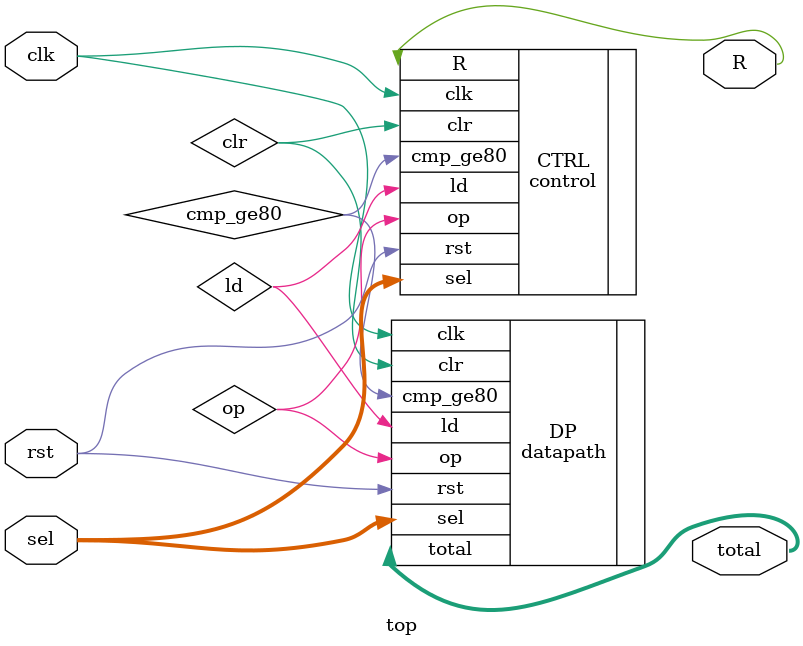
<source format=v>
module top (
  input wire clk, input wire rst, input wire [1:0] sel,
  output wire [7:0] total,
  output wire R
);

  wire ld, clr, op;
  wire cmp_ge80;

  datapath DP (
    .clk(clk),
    .rst(rst),
    .ld(ld),
    .clr(clr),
    .op(op),
    .sel(sel),
    .total(total),
    .cmp_ge80(cmp_ge80)
  );

  control CTRL (
    .clk(clk),
    .rst(rst),
    .cmp_ge80(cmp_ge80),
    .sel(sel),
    .ld(ld),
    .clr(clr),
    .op(op),
    .R(R)
  );
endmodule
</source>
